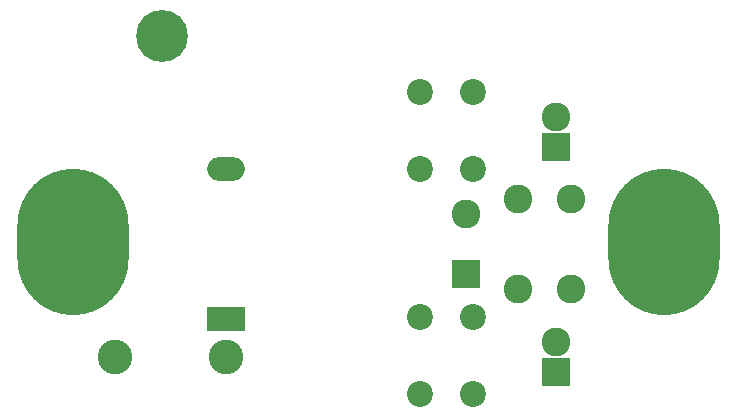
<source format=gbr>
G04 #@! TF.FileFunction,Soldermask,Bot*
%FSLAX46Y46*%
G04 Gerber Fmt 4.6, Leading zero omitted, Abs format (unit mm)*
G04 Created by KiCad (PCBNEW 4.0.4-stable) date 03/09/17 11:08:24*
%MOMM*%
%LPD*%
G01*
G04 APERTURE LIST*
%ADD10C,0.500000*%
%ADD11C,2.940000*%
%ADD12C,2.432000*%
%ADD13C,2.200000*%
%ADD14R,3.200000X2.000000*%
%ADD15O,3.200000X2.000000*%
%ADD16R,2.432000X2.432000*%
%ADD17O,9.400000X12.400000*%
%ADD18C,4.400000*%
G04 APERTURE END LIST*
D10*
D11*
X13335000Y5715000D03*
X3937000Y5715000D03*
D12*
X42545000Y19050000D03*
X42545000Y11430000D03*
X38100000Y19050000D03*
X38100000Y11430000D03*
D13*
X29790000Y21590000D03*
X34290000Y21590000D03*
X34290000Y28090000D03*
X29790000Y28090000D03*
X29790000Y2540000D03*
X34290000Y2540000D03*
X34290000Y9040000D03*
X29790000Y9040000D03*
D14*
X13335000Y8890000D03*
D15*
X13335000Y21590000D03*
D12*
X41275000Y26035000D03*
D16*
X41275000Y23495000D03*
D12*
X41275000Y6985000D03*
D16*
X41275000Y4445000D03*
X33655000Y12700000D03*
D12*
X33655000Y17780000D03*
D17*
X50419000Y15381000D03*
X419000Y15381000D03*
D18*
X7919000Y32881000D03*
M02*

</source>
